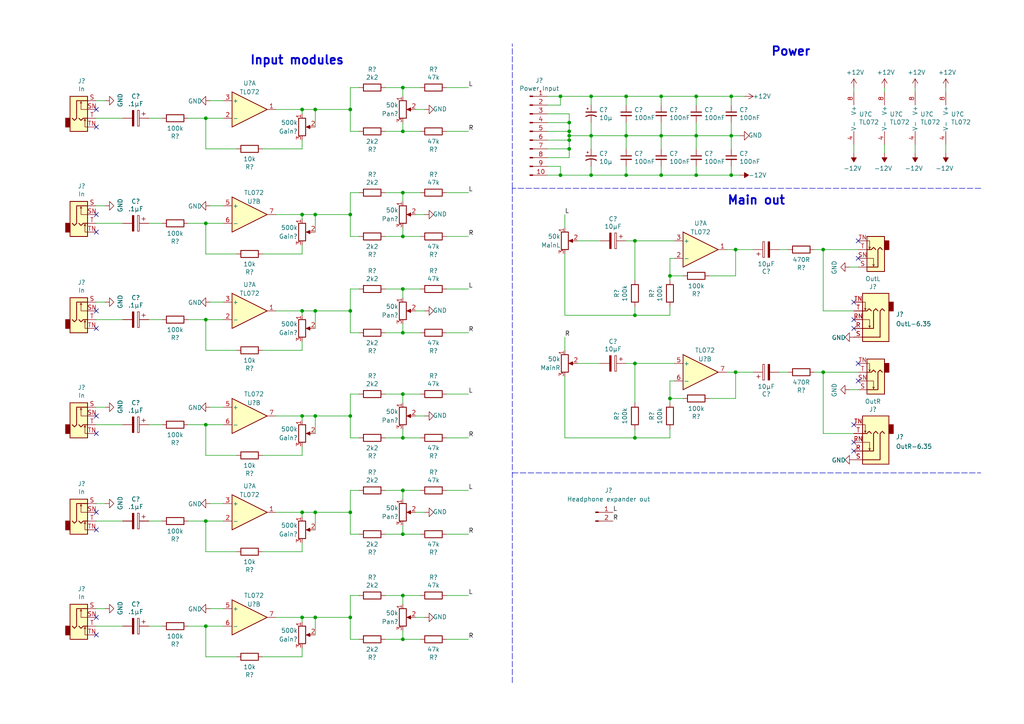
<source format=kicad_sch>
(kicad_sch (version 20211123) (generator eeschema)
  (paper "A4")
  (junction (at 116.84 68.58))
  (junction (at 91.44 120.65))
  (junction (at 213.36 107.95))
  (junction (at 194.31 115.57))
  (junction (at 116.84 55.88))
  (junction (at 181.61 39.37))
  (junction (at 116.84 83.82))
  (junction (at 181.61 50.8))
  (junction (at 165.1 35.56))
  (junction (at 162.56 50.8))
  (junction (at 212.09 50.8))
  (junction (at 213.36 72.39))
  (junction (at 116.84 96.52))
  (junction (at 238.76 72.39))
  (junction (at 59.69 92.71))
  (junction (at 87.63 62.23))
  (junction (at 87.63 179.07))
  (junction (at 165.1 40.64))
  (junction (at 59.69 34.29))
  (junction (at 87.63 90.17))
  (junction (at 165.1 43.18))
  (junction (at 59.69 64.77))
  (junction (at 171.45 27.94))
  (junction (at 181.61 27.94))
  (junction (at 171.45 50.8))
  (junction (at 116.84 127))
  (junction (at 116.84 172.72))
  (junction (at 116.84 154.94))
  (junction (at 191.77 50.8))
  (junction (at 212.09 27.94))
  (junction (at 201.93 50.8))
  (junction (at 184.15 127))
  (junction (at 101.6 179.07))
  (junction (at 116.84 114.3))
  (junction (at 91.44 148.59))
  (junction (at 101.6 31.75))
  (junction (at 191.77 27.94))
  (junction (at 87.63 148.59))
  (junction (at 191.77 39.37))
  (junction (at 59.69 123.19))
  (junction (at 171.45 39.37))
  (junction (at 162.56 27.94))
  (junction (at 101.6 148.59))
  (junction (at 116.84 38.1))
  (junction (at 91.44 31.75))
  (junction (at 165.1 38.1))
  (junction (at 116.84 185.42))
  (junction (at 59.69 151.13))
  (junction (at 212.09 39.37))
  (junction (at 87.63 120.65))
  (junction (at 184.15 69.85))
  (junction (at 184.15 91.44))
  (junction (at 91.44 62.23))
  (junction (at 101.6 90.17))
  (junction (at 101.6 62.23))
  (junction (at 201.93 39.37))
  (junction (at 59.69 181.61))
  (junction (at 116.84 142.24))
  (junction (at 101.6 120.65))
  (junction (at 201.93 27.94))
  (junction (at 184.15 105.41))
  (junction (at 87.63 31.75))
  (junction (at 194.31 80.01))
  (junction (at 238.76 107.95))
  (junction (at 91.44 179.07))
  (junction (at 116.84 25.4))
  (junction (at 91.44 90.17))
  (junction (at 165.1 39.37))
  (no_connect (at 27.94 125.73))
  (no_connect (at 248.92 69.85))
  (no_connect (at 248.92 74.93))
  (no_connect (at 27.94 31.75))
  (no_connect (at 247.65 123.19))
  (no_connect (at 27.94 62.23))
  (no_connect (at 27.94 36.83))
  (no_connect (at 27.94 153.67))
  (no_connect (at 27.94 95.25))
  (no_connect (at 27.94 184.15))
  (no_connect (at 27.94 179.07))
  (no_connect (at 27.94 67.31))
  (no_connect (at 248.92 105.41))
  (no_connect (at 247.65 87.63))
  (no_connect (at 27.94 148.59))
  (no_connect (at 27.94 120.65))
  (no_connect (at 27.94 90.17))
  (no_connect (at 247.65 95.25))
  (no_connect (at 247.65 130.81))
  (no_connect (at 247.65 128.27))
  (no_connect (at 247.65 92.71))
  (no_connect (at 248.92 110.49))
  (wire (pts (xy 101.6 83.82) (xy 104.14 83.82)))
  (wire (pts (xy 181.61 48.26) (xy 181.61 50.8)))
  (wire (pts (xy 116.84 25.4) (xy 116.84 27.94)))
  (wire (pts (xy 101.6 55.88) (xy 104.14 55.88)))
  (wire (pts (xy 171.45 39.37) (xy 181.61 39.37)))
  (wire (pts (xy 163.83 127) (xy 163.83 109.22)))
  (wire (pts (xy 163.83 97.79) (xy 163.83 101.6)))
  (wire (pts (xy 129.54 68.58) (xy 135.89 68.58)))
  (wire (pts (xy 111.76 185.42) (xy 116.84 185.42)))
  (wire (pts (xy 91.44 31.75) (xy 101.6 31.75)))
  (wire (pts (xy 184.15 91.44) (xy 163.83 91.44)))
  (wire (pts (xy 80.01 31.75) (xy 87.63 31.75)))
  (wire (pts (xy 201.93 27.94) (xy 191.77 27.94)))
  (wire (pts (xy 236.22 72.39) (xy 238.76 72.39)))
  (wire (pts (xy 191.77 39.37) (xy 201.93 39.37)))
  (wire (pts (xy 165.1 45.72) (xy 165.1 43.18)))
  (wire (pts (xy 87.63 90.17) (xy 91.44 90.17)))
  (wire (pts (xy 181.61 27.94) (xy 181.61 30.48)))
  (wire (pts (xy 116.84 68.58) (xy 121.92 68.58)))
  (wire (pts (xy 116.84 142.24) (xy 121.92 142.24)))
  (wire (pts (xy 116.84 83.82) (xy 121.92 83.82)))
  (wire (pts (xy 27.94 176.53) (xy 30.48 176.53)))
  (wire (pts (xy 91.44 95.25) (xy 91.44 90.17)))
  (wire (pts (xy 60.96 29.21) (xy 64.77 29.21)))
  (wire (pts (xy 87.63 148.59) (xy 91.44 148.59)))
  (wire (pts (xy 120.65 31.75) (xy 123.19 31.75)))
  (wire (pts (xy 213.36 80.01) (xy 205.74 80.01)))
  (wire (pts (xy 184.15 105.41) (xy 195.58 105.41)))
  (wire (pts (xy 116.84 127) (xy 121.92 127)))
  (wire (pts (xy 181.61 50.8) (xy 191.77 50.8)))
  (wire (pts (xy 87.63 31.75) (xy 87.63 33.02)))
  (wire (pts (xy 129.54 142.24) (xy 135.89 142.24)))
  (wire (pts (xy 59.69 73.66) (xy 59.69 64.77)))
  (wire (pts (xy 27.94 64.77) (xy 35.56 64.77)))
  (wire (pts (xy 87.63 179.07) (xy 87.63 180.34)))
  (wire (pts (xy 91.44 90.17) (xy 101.6 90.17)))
  (wire (pts (xy 64.77 151.13) (xy 59.69 151.13)))
  (wire (pts (xy 184.15 91.44) (xy 194.31 91.44)))
  (wire (pts (xy 87.63 62.23) (xy 91.44 62.23)))
  (wire (pts (xy 59.69 43.18) (xy 59.69 34.29)))
  (wire (pts (xy 191.77 50.8) (xy 201.93 50.8)))
  (polyline (pts (xy 284.48 54.61) (xy 148.59 54.61)))
  (wire (pts (xy 101.6 154.94) (xy 104.14 154.94)))
  (wire (pts (xy 184.15 124.46) (xy 184.15 127)))
  (wire (pts (xy 158.75 30.48) (xy 162.56 30.48)))
  (wire (pts (xy 27.94 146.05) (xy 30.48 146.05)))
  (wire (pts (xy 129.54 127) (xy 135.89 127)))
  (wire (pts (xy 212.09 27.94) (xy 215.9 27.94)))
  (wire (pts (xy 184.15 127) (xy 194.31 127)))
  (wire (pts (xy 116.84 83.82) (xy 116.84 86.36)))
  (wire (pts (xy 265.43 25.4) (xy 265.43 26.67)))
  (wire (pts (xy 162.56 30.48) (xy 162.56 27.94)))
  (wire (pts (xy 165.1 43.18) (xy 165.1 40.64)))
  (wire (pts (xy 116.84 182.88) (xy 116.84 185.42)))
  (wire (pts (xy 91.44 67.31) (xy 91.44 62.23)))
  (wire (pts (xy 111.76 96.52) (xy 116.84 96.52)))
  (wire (pts (xy 238.76 72.39) (xy 248.92 72.39)))
  (wire (pts (xy 158.75 40.64) (xy 165.1 40.64)))
  (polyline (pts (xy 148.59 54.61) (xy 148.59 198.12)))
  (wire (pts (xy 238.76 107.95) (xy 238.76 125.73)))
  (wire (pts (xy 116.84 55.88) (xy 116.84 58.42)))
  (wire (pts (xy 129.54 55.88) (xy 135.89 55.88)))
  (wire (pts (xy 111.76 142.24) (xy 116.84 142.24)))
  (wire (pts (xy 101.6 96.52) (xy 104.14 96.52)))
  (wire (pts (xy 226.06 72.39) (xy 228.6 72.39)))
  (wire (pts (xy 181.61 39.37) (xy 191.77 39.37)))
  (wire (pts (xy 213.36 107.95) (xy 218.44 107.95)))
  (wire (pts (xy 274.32 25.4) (xy 274.32 26.67)))
  (wire (pts (xy 171.45 50.8) (xy 181.61 50.8)))
  (wire (pts (xy 171.45 48.26) (xy 171.45 50.8)))
  (wire (pts (xy 120.65 90.17) (xy 123.19 90.17)))
  (wire (pts (xy 116.84 172.72) (xy 121.92 172.72)))
  (wire (pts (xy 111.76 154.94) (xy 116.84 154.94)))
  (wire (pts (xy 43.18 181.61) (xy 46.99 181.61)))
  (wire (pts (xy 265.43 41.91) (xy 265.43 44.45)))
  (wire (pts (xy 191.77 35.56) (xy 191.77 39.37)))
  (wire (pts (xy 184.15 88.9) (xy 184.15 91.44)))
  (wire (pts (xy 129.54 185.42) (xy 135.89 185.42)))
  (wire (pts (xy 27.94 34.29) (xy 35.56 34.29)))
  (wire (pts (xy 158.75 33.02) (xy 165.1 33.02)))
  (wire (pts (xy 116.84 93.98) (xy 116.84 96.52)))
  (wire (pts (xy 101.6 62.23) (xy 101.6 68.58)))
  (wire (pts (xy 64.77 123.19) (xy 59.69 123.19)))
  (wire (pts (xy 87.63 90.17) (xy 87.63 91.44)))
  (wire (pts (xy 101.6 179.07) (xy 101.6 172.72)))
  (wire (pts (xy 101.6 179.07) (xy 101.6 185.42)))
  (wire (pts (xy 210.82 107.95) (xy 213.36 107.95)))
  (wire (pts (xy 64.77 92.71) (xy 59.69 92.71)))
  (wire (pts (xy 171.45 30.48) (xy 171.45 27.94)))
  (wire (pts (xy 59.69 160.02) (xy 59.69 151.13)))
  (wire (pts (xy 91.44 153.67) (xy 91.44 148.59)))
  (wire (pts (xy 116.84 114.3) (xy 116.84 116.84)))
  (wire (pts (xy 171.45 39.37) (xy 171.45 43.18)))
  (wire (pts (xy 116.84 96.52) (xy 121.92 96.52)))
  (wire (pts (xy 60.96 146.05) (xy 64.77 146.05)))
  (wire (pts (xy 87.63 148.59) (xy 87.63 149.86)))
  (wire (pts (xy 87.63 101.6) (xy 76.2 101.6)))
  (wire (pts (xy 101.6 120.65) (xy 101.6 127)))
  (wire (pts (xy 59.69 92.71) (xy 54.61 92.71)))
  (wire (pts (xy 80.01 120.65) (xy 87.63 120.65)))
  (wire (pts (xy 184.15 105.41) (xy 184.15 116.84)))
  (wire (pts (xy 158.75 43.18) (xy 165.1 43.18)))
  (wire (pts (xy 165.1 39.37) (xy 171.45 39.37)))
  (wire (pts (xy 101.6 31.75) (xy 101.6 38.1)))
  (wire (pts (xy 167.64 69.85) (xy 173.99 69.85)))
  (wire (pts (xy 91.44 120.65) (xy 101.6 120.65)))
  (wire (pts (xy 101.6 120.65) (xy 101.6 114.3)))
  (wire (pts (xy 201.93 35.56) (xy 201.93 39.37)))
  (wire (pts (xy 87.63 73.66) (xy 76.2 73.66)))
  (wire (pts (xy 213.36 72.39) (xy 213.36 80.01)))
  (wire (pts (xy 162.56 27.94) (xy 171.45 27.94)))
  (wire (pts (xy 59.69 132.08) (xy 59.69 123.19)))
  (wire (pts (xy 158.75 27.94) (xy 162.56 27.94)))
  (wire (pts (xy 163.83 91.44) (xy 163.83 73.66)))
  (wire (pts (xy 91.44 62.23) (xy 101.6 62.23)))
  (wire (pts (xy 116.84 185.42) (xy 121.92 185.42)))
  (wire (pts (xy 111.76 38.1) (xy 116.84 38.1)))
  (wire (pts (xy 247.65 90.17) (xy 238.76 90.17)))
  (wire (pts (xy 87.63 129.54) (xy 87.63 132.08)))
  (wire (pts (xy 111.76 55.88) (xy 116.84 55.88)))
  (wire (pts (xy 163.83 62.23) (xy 163.83 66.04)))
  (wire (pts (xy 213.36 107.95) (xy 213.36 115.57)))
  (wire (pts (xy 184.15 69.85) (xy 195.58 69.85)))
  (wire (pts (xy 59.69 34.29) (xy 54.61 34.29)))
  (wire (pts (xy 247.65 125.73) (xy 238.76 125.73)))
  (wire (pts (xy 129.54 25.4) (xy 135.89 25.4)))
  (wire (pts (xy 116.84 114.3) (xy 121.92 114.3)))
  (wire (pts (xy 87.63 187.96) (xy 87.63 190.5)))
  (wire (pts (xy 59.69 181.61) (xy 54.61 181.61)))
  (wire (pts (xy 68.58 160.02) (xy 59.69 160.02)))
  (wire (pts (xy 129.54 38.1) (xy 135.89 38.1)))
  (wire (pts (xy 274.32 41.91) (xy 274.32 44.45)))
  (wire (pts (xy 27.94 123.19) (xy 35.56 123.19)))
  (wire (pts (xy 27.94 29.21) (xy 30.48 29.21)))
  (wire (pts (xy 60.96 176.53) (xy 64.77 176.53)))
  (wire (pts (xy 80.01 62.23) (xy 87.63 62.23)))
  (wire (pts (xy 116.84 172.72) (xy 116.84 175.26)))
  (wire (pts (xy 68.58 132.08) (xy 59.69 132.08)))
  (wire (pts (xy 101.6 185.42) (xy 104.14 185.42)))
  (wire (pts (xy 91.44 148.59) (xy 101.6 148.59)))
  (wire (pts (xy 198.12 80.01) (xy 194.31 80.01)))
  (wire (pts (xy 184.15 127) (xy 163.83 127)))
  (wire (pts (xy 184.15 69.85) (xy 184.15 81.28)))
  (wire (pts (xy 59.69 151.13) (xy 54.61 151.13)))
  (wire (pts (xy 165.1 38.1) (xy 158.75 38.1)))
  (wire (pts (xy 116.84 25.4) (xy 121.92 25.4)))
  (wire (pts (xy 59.69 190.5) (xy 59.69 181.61)))
  (wire (pts (xy 43.18 151.13) (xy 46.99 151.13)))
  (wire (pts (xy 91.44 125.73) (xy 91.44 120.65)))
  (polyline (pts (xy 148.59 137.16) (xy 284.48 137.16)))
  (wire (pts (xy 87.63 31.75) (xy 91.44 31.75)))
  (wire (pts (xy 165.1 39.37) (xy 165.1 38.1)))
  (wire (pts (xy 129.54 114.3) (xy 135.89 114.3)))
  (wire (pts (xy 201.93 27.94) (xy 201.93 30.48)))
  (wire (pts (xy 201.93 48.26) (xy 201.93 50.8)))
  (wire (pts (xy 116.84 35.56) (xy 116.84 38.1)))
  (wire (pts (xy 87.63 43.18) (xy 76.2 43.18)))
  (wire (pts (xy 201.93 27.94) (xy 212.09 27.94)))
  (wire (pts (xy 162.56 48.26) (xy 162.56 50.8)))
  (wire (pts (xy 213.36 72.39) (xy 218.44 72.39)))
  (wire (pts (xy 238.76 72.39) (xy 238.76 90.17)))
  (wire (pts (xy 129.54 154.94) (xy 135.89 154.94)))
  (wire (pts (xy 101.6 90.17) (xy 101.6 83.82)))
  (wire (pts (xy 87.63 62.23) (xy 87.63 63.5)))
  (wire (pts (xy 212.09 35.56) (xy 212.09 39.37)))
  (wire (pts (xy 68.58 43.18) (xy 59.69 43.18)))
  (wire (pts (xy 101.6 172.72) (xy 104.14 172.72)))
  (wire (pts (xy 158.75 48.26) (xy 162.56 48.26)))
  (wire (pts (xy 101.6 25.4) (xy 104.14 25.4)))
  (wire (pts (xy 116.84 66.04) (xy 116.84 68.58)))
  (wire (pts (xy 27.94 87.63) (xy 30.48 87.63)))
  (wire (pts (xy 171.45 27.94) (xy 181.61 27.94)))
  (wire (pts (xy 116.84 124.46) (xy 116.84 127)))
  (wire (pts (xy 213.36 115.57) (xy 205.74 115.57)))
  (wire (pts (xy 158.75 50.8) (xy 162.56 50.8)))
  (wire (pts (xy 198.12 115.57) (xy 194.31 115.57)))
  (wire (pts (xy 101.6 127) (xy 104.14 127)))
  (wire (pts (xy 87.63 120.65) (xy 87.63 121.92)))
  (wire (pts (xy 248.92 77.47) (xy 246.38 77.47)))
  (wire (pts (xy 210.82 72.39) (xy 213.36 72.39)))
  (wire (pts (xy 111.76 114.3) (xy 116.84 114.3)))
  (wire (pts (xy 43.18 123.19) (xy 46.99 123.19)))
  (wire (pts (xy 171.45 35.56) (xy 171.45 39.37)))
  (wire (pts (xy 116.84 142.24) (xy 116.84 144.78)))
  (wire (pts (xy 101.6 38.1) (xy 104.14 38.1)))
  (wire (pts (xy 80.01 90.17) (xy 87.63 90.17)))
  (wire (pts (xy 91.44 184.15) (xy 91.44 179.07)))
  (wire (pts (xy 27.94 181.61) (xy 35.56 181.61)))
  (wire (pts (xy 194.31 80.01) (xy 194.31 81.28)))
  (wire (pts (xy 27.94 151.13) (xy 35.56 151.13)))
  (wire (pts (xy 181.61 105.41) (xy 184.15 105.41)))
  (wire (pts (xy 181.61 27.94) (xy 191.77 27.94)))
  (wire (pts (xy 80.01 179.07) (xy 87.63 179.07)))
  (wire (pts (xy 212.09 27.94) (xy 212.09 30.48)))
  (wire (pts (xy 194.31 124.46) (xy 194.31 127)))
  (wire (pts (xy 101.6 142.24) (xy 104.14 142.24)))
  (wire (pts (xy 116.84 55.88) (xy 121.92 55.88)))
  (wire (pts (xy 60.96 87.63) (xy 64.77 87.63)))
  (wire (pts (xy 165.1 40.64) (xy 165.1 39.37)))
  (wire (pts (xy 116.84 152.4) (xy 116.84 154.94)))
  (wire (pts (xy 236.22 107.95) (xy 238.76 107.95)))
  (wire (pts (xy 226.06 107.95) (xy 228.6 107.95)))
  (wire (pts (xy 194.31 115.57) (xy 194.31 110.49)))
  (wire (pts (xy 101.6 148.59) (xy 101.6 142.24)))
  (wire (pts (xy 120.65 120.65) (xy 123.19 120.65)))
  (wire (pts (xy 181.61 39.37) (xy 181.61 43.18)))
  (wire (pts (xy 101.6 62.23) (xy 101.6 55.88)))
  (wire (pts (xy 120.65 148.59) (xy 123.19 148.59)))
  (wire (pts (xy 101.6 114.3) (xy 104.14 114.3)))
  (wire (pts (xy 212.09 39.37) (xy 214.63 39.37)))
  (wire (pts (xy 87.63 179.07) (xy 91.44 179.07)))
  (wire (pts (xy 101.6 68.58) (xy 104.14 68.58)))
  (wire (pts (xy 167.64 105.41) (xy 173.99 105.41)))
  (wire (pts (xy 111.76 83.82) (xy 116.84 83.82)))
  (wire (pts (xy 87.63 40.64) (xy 87.63 43.18)))
  (wire (pts (xy 194.31 74.93) (xy 195.58 74.93)))
  (wire (pts (xy 27.94 118.11) (xy 30.48 118.11)))
  (wire (pts (xy 158.75 45.72) (xy 165.1 45.72)))
  (wire (pts (xy 191.77 27.94) (xy 191.77 30.48)))
  (wire (pts (xy 87.63 99.06) (xy 87.63 101.6)))
  (wire (pts (xy 68.58 190.5) (xy 59.69 190.5)))
  (wire (pts (xy 256.54 25.4) (xy 256.54 26.67)))
  (wire (pts (xy 80.01 148.59) (xy 87.63 148.59)))
  (wire (pts (xy 129.54 96.52) (xy 135.89 96.52)))
  (wire (pts (xy 27.94 59.69) (xy 30.48 59.69)))
  (wire (pts (xy 247.65 25.4) (xy 247.65 26.67)))
  (wire (pts (xy 129.54 83.82) (xy 135.89 83.82)))
  (wire (pts (xy 158.75 35.56) (xy 165.1 35.56)))
  (wire (pts (xy 43.18 64.77) (xy 46.99 64.77)))
  (wire (pts (xy 248.92 113.03) (xy 246.38 113.03)))
  (wire (pts (xy 111.76 127) (xy 116.84 127)))
  (wire (pts (xy 87.63 71.12) (xy 87.63 73.66)))
  (wire (pts (xy 59.69 64.77) (xy 54.61 64.77)))
  (wire (pts (xy 120.65 62.23) (xy 123.19 62.23)))
  (wire (pts (xy 194.31 80.01) (xy 194.31 74.93)))
  (wire (pts (xy 191.77 39.37) (xy 191.77 43.18)))
  (wire (pts (xy 120.65 179.07) (xy 123.19 179.07)))
  (wire (pts (xy 194.31 110.49) (xy 195.58 110.49)))
  (wire (pts (xy 59.69 123.19) (xy 54.61 123.19)))
  (wire (pts (xy 129.54 172.72) (xy 135.89 172.72)))
  (wire (pts (xy 91.44 36.83) (xy 91.44 31.75)))
  (wire (pts (xy 111.76 25.4) (xy 116.84 25.4)))
  (wire (pts (xy 27.94 92.71) (xy 35.56 92.71)))
  (wire (pts (xy 116.84 154.94) (xy 121.92 154.94)))
  (wire (pts (xy 162.56 50.8) (xy 171.45 50.8)))
  (wire (pts (xy 212.09 50.8) (xy 214.63 50.8)))
  (wire (pts (xy 101.6 148.59) (xy 101.6 154.94)))
  (wire (pts (xy 247.65 41.91) (xy 247.65 44.45)))
  (wire (pts (xy 201.93 50.8) (xy 212.09 50.8)))
  (wire (pts (xy 165.1 33.02) (xy 165.1 35.56)))
  (wire (pts (xy 212.09 39.37) (xy 212.09 43.18)))
  (wire (pts (xy 111.76 68.58) (xy 116.84 68.58)))
  (wire (pts (xy 212.09 48.26) (xy 212.09 50.8)))
  (wire (pts (xy 60.96 59.69) (xy 64.77 59.69)))
  (wire (pts (xy 43.18 92.71) (xy 46.99 92.71)))
  (wire (pts (xy 59.69 101.6) (xy 59.69 92.71)))
  (wire (pts (xy 201.93 39.37) (xy 212.09 39.37)))
  (wire (pts (xy 68.58 101.6) (xy 59.69 101.6)))
  (wire (pts (xy 68.58 73.66) (xy 59.69 73.66)))
  (wire (pts (xy 64.77 64.77) (xy 59.69 64.77)))
  (wire (pts (xy 116.84 38.1) (xy 121.92 38.1)))
  (wire (pts (xy 256.54 41.91) (xy 256.54 44.45)))
  (wire (pts (xy 87.63 190.5) (xy 76.2 190.5)))
  (wire (pts (xy 101.6 31.75) (xy 101.6 25.4)))
  (wire (pts (xy 43.18 34.29) (xy 46.99 34.29)))
  (wire (pts (xy 111.76 172.72) (xy 116.84 172.72)))
  (wire (pts (xy 238.76 107.95) (xy 248.92 107.95)))
  (wire (pts (xy 87.63 120.65) (xy 91.44 120.65)))
  (wire (pts (xy 201.93 39.37) (xy 201.93 43.18)))
  (wire (pts (xy 64.77 181.61) (xy 59.69 181.61)))
  (wire (pts (xy 87.63 160.02) (xy 76.2 160.02)))
  (polyline (pts (xy 148.59 54.61) (xy 148.59 12.7)))
  (wire (pts (xy 181.61 69.85) (xy 184.15 69.85)))
  (wire (pts (xy 101.6 90.17) (xy 101.6 96.52)))
  (wire (pts (xy 87.63 157.48) (xy 87.63 160.02)))
  (wire (pts (xy 181.61 35.56) (xy 181.61 39.37)))
  (wire (pts (xy 194.31 115.57) (xy 194.31 116.84)))
  (wire (pts (xy 91.44 179.07) (xy 101.6 179.07)))
  (wire (pts (xy 194.31 88.9) (xy 194.31 91.44)))
  (wire (pts (xy 87.63 132.08) (xy 76.2 132.08)))
  (wire (pts (xy 191.77 48.26) (xy 191.77 50.8)))
  (wire (pts (xy 60.96 118.11) (xy 64.77 118.11)))
  (wire (pts (xy 165.1 35.56) (xy 165.1 38.1)))
  (wire (pts (xy 64.77 34.29) (xy 59.69 34.29)))
  (text "Input modules" (at 72.39 19.05 0) (effects (font (size 2.5 2.5) (thickness 0.5) bold) (justify left bottom)))
  (text "Power" (at 223.52 16.51 0) (effects (font (size 2.5 2.5) (thickness 0.5) bold) (justify left bottom)))
  (text "Main out" (at 210.82 59.69 0) (effects (font (size 2.5 2.5) (thickness 0.5) bold) (justify left bottom)))
  (label "R" (at 177.8 151.13 0))
  (label "R" (at 135.89 68.58 0))
  (label "L" (at 135.89 114.3 0))
  (label "R" (at 135.89 154.94 0))
  (label "L" (at 135.89 172.72 0))
  (label "R" (at 135.89 185.42 0))
  (label "L" (at 135.89 55.88 0))
  (label "L" (at 177.8 148.59 0))
  (label "L" (at 163.83 62.23 0))
  (label "R" (at 135.89 38.1 0))
  (label "R" (at 163.83 97.79 0))
  (label "R" (at 135.89 96.52 0))
  (label "L" (at 135.89 25.4 0))
  (label "L" (at 135.89 142.24 0))
  (label "L" (at 135.89 83.82 0))
  (label "R" (at 135.89 127 0))
  (symbol (lib_id "Device:R") (at 125.73 142.24 90) (unit 1)
    (property "Reference" "R?" (at 125.73 136.9822 90))
    (property "Value" "47k" (at 125.73 139.2936 90))
    (property "Footprint" "Resistor_THT:R_Axial_DIN0207_L6.3mm_D2.5mm_P10.16mm_Horizontal" (effects hide))
  )
  (symbol (lib_id "Device:CP") (at 222.25 107.95 90) (unit 1)
    (property "Reference" "C?" (at 222.25 114.3 90))
    (property "Value" "10µF" (at 222.25 112.1156 90))
    (property "Footprint" "Capacitor_THT:CP_Radial_D5.0mm_P2.00mm" (effects hide))
  )
  (symbol (lib_id "Amplifier_Operational:TL072") (at 72.39 148.59 0) (unit 1)
    (property "Reference" "U?" (at 72.39 140.97 0))
    (property "Value" "TL072" (at 72.39 143.51 0))
    (property "Footprint" "Package_DIP:DIP-8_W7.62mm_Socket" (effects hide))
    (property "Datasheet" "http://www.ti.com/lit/ds/symlink/tl071.pdf" (effects hide))
  )
  (symbol (lib_id "power:-12V") (at 274.32 44.45 180) (unit 1)
    (property "Reference" "#PWR?" (effects hide))
    (property "Value" "-12V" (at 273.939 48.8442 0))
  )
  (symbol (lib_id "Device:R_POT") (at 116.84 179.07 0) (unit 1)
    (property "Reference" "Pan?" (at 115.57 180.34 0) (effects (justify right)))
    (property "Value" "50k" (at 115.57 177.8 0) (effects (justify right)))
    (property "Footprint" "Synth:Pot-bourns-alpha" (effects hide))
  )
  (symbol (lib_id "Device:R") (at 125.73 55.88 90) (unit 1)
    (property "Reference" "R?" (at 125.73 50.6222 90))
    (property "Value" "47k" (at 125.73 52.9336 90))
    (property "Footprint" "Resistor_THT:R_Axial_DIN0207_L6.3mm_D2.5mm_P10.16mm_Horizontal" (effects hide))
  )
  (symbol (lib_id "Amplifier_Operational:TL072") (at 72.39 62.23 0) (unit 2)
    (property "Reference" "U?" (at 73.66 58.42 0))
    (property "Value" "TL072" (at 73.66 55.88 0))
    (property "Footprint" "Package_DIP:DIP-8_W7.62mm_Socket" (effects hide))
    (property "Datasheet" "http://www.ti.com/lit/ds/symlink/tl071.pdf" (effects hide))
  )
  (symbol (lib_id "power:+12V") (at 265.43 25.4 0) (unit 1)
    (property "Reference" "#PWR?" (effects hide))
    (property "Value" "+12V" (at 265.811 21.0058 0))
  )
  (symbol (lib_id "Device:R") (at 194.31 85.09 180) (unit 1)
    (property "Reference" "R?" (at 189.0522 85.09 90))
    (property "Value" "100k" (at 191.3636 85.09 90))
    (property "Footprint" "Resistor_THT:R_Axial_DIN0207_L6.3mm_D2.5mm_P10.16mm_Horizontal" (effects hide))
  )
  (symbol (lib_id "Device:R") (at 107.95 38.1 270) (unit 1)
    (property "Reference" "R?" (at 107.95 43.3578 90))
    (property "Value" "2k2" (at 107.95 41.0464 90))
    (property "Footprint" "Resistor_THT:R_Axial_DIN0207_L6.3mm_D2.5mm_P10.16mm_Horizontal" (effects hide))
  )
  (symbol (lib_id "power:-12V") (at 247.65 44.45 180) (unit 1)
    (property "Reference" "#PWR?" (effects hide))
    (property "Value" "-12V" (at 247.269 48.8442 0))
  )
  (symbol (lib_id "Amplifier_Operational:TL072") (at 250.19 34.29 0) (unit 3)
    (property "Reference" "U?" (at 249.1232 33.1216 0) (effects (justify left)))
    (property "Value" "TL072" (at 249.1232 35.433 0) (effects (justify left)))
    (property "Footprint" "Package_DIP:DIP-8_W7.62mm_Socket" (effects hide))
    (property "Datasheet" "http://www.ti.com/lit/ds/symlink/tl071.pdf" (effects hide))
  )
  (symbol (lib_id "Device:R") (at 194.31 120.65 180) (unit 1)
    (property "Reference" "R?" (at 189.0522 120.65 90))
    (property "Value" "100k" (at 191.3636 120.65 90))
    (property "Footprint" "Resistor_THT:R_Axial_DIN0207_L6.3mm_D2.5mm_P10.16mm_Horizontal" (effects hide))
  )
  (symbol (lib_id "power:GND") (at 60.96 176.53 270) (unit 1)
    (property "Reference" "#PWR?" (effects hide))
    (property "Value" "GND" (at 56.5658 176.657 90))
  )
  (symbol (lib_id "Connector:AudioJack2_Switch") (at 22.86 64.77 0) (unit 1)
    (property "Reference" "J?" (at 23.6728 53.975 0))
    (property "Value" "In" (at 23.6728 56.2864 0))
    (property "Footprint" "Synth:Thonkiconn" (effects hide))
  )
  (symbol (lib_id "power:GND") (at 60.96 59.69 270) (unit 1)
    (property "Reference" "#PWR?" (effects hide))
    (property "Value" "GND" (at 56.5658 59.817 90))
  )
  (symbol (lib_id "Device:R_POT") (at 163.83 105.41 0) (unit 1)
    (property "Reference" "MainR" (at 162.56 106.68 0) (effects (justify right)))
    (property "Value" "50k" (at 162.56 104.14 0) (effects (justify right)))
    (property "Footprint" "Synth:Pot-bourns-alpha" (effects hide))
  )
  (symbol (lib_id "Device:C_Small") (at 201.93 45.72 0) (unit 1)
    (property "Reference" "C?" (at 204.2668 44.5516 0) (effects (justify left)))
    (property "Value" "100nF" (at 204.2668 46.863 0) (effects (justify left)))
    (property "Footprint" "Capacitor_THT:C_Disc_D7.0mm_W2.5mm_P5.00mm" (effects hide))
  )
  (symbol (lib_id "power:GND") (at 60.96 118.11 270) (unit 1)
    (property "Reference" "#PWR?" (effects hide))
    (property "Value" "GND" (at 56.5658 118.237 90))
  )
  (symbol (lib_id "Device:R") (at 125.73 127 270) (unit 1)
    (property "Reference" "R?" (at 125.73 132.2578 90))
    (property "Value" "47k" (at 125.73 129.9464 90))
    (property "Footprint" "Resistor_THT:R_Axial_DIN0207_L6.3mm_D2.5mm_P10.16mm_Horizontal" (effects hide))
  )
  (symbol (lib_id "Device:R") (at 125.73 68.58 270) (unit 1)
    (property "Reference" "R?" (at 125.73 73.8378 90))
    (property "Value" "47k" (at 125.73 71.5264 90))
    (property "Footprint" "Resistor_THT:R_Axial_DIN0207_L6.3mm_D2.5mm_P10.16mm_Horizontal" (effects hide))
  )
  (symbol (lib_id "Device:R") (at 50.8 181.61 270) (unit 1)
    (property "Reference" "R?" (at 50.8 186.8678 90))
    (property "Value" "100k" (at 50.8 184.5564 90))
    (property "Footprint" "Resistor_THT:R_Axial_DIN0207_L6.3mm_D2.5mm_P10.16mm_Horizontal" (effects hide))
  )
  (symbol (lib_id "power:GND") (at 247.65 97.79 270) (unit 1)
    (property "Reference" "#PWR?" (effects hide))
    (property "Value" "GND" (at 243.2558 97.917 90))
  )
  (symbol (lib_id "power:-12V") (at 214.63 50.8 270) (unit 1)
    (property "Reference" "#PWR?" (effects hide))
    (property "Value" "-12V" (at 219.71 50.8 90))
  )
  (symbol (lib_id "Device:R_POT") (at 87.63 153.67 0) (unit 1)
    (property "Reference" "Gain?" (at 86.36 154.94 0) (effects (justify right)))
    (property "Value" "500k" (at 86.36 152.4 0) (effects (justify right)))
    (property "Footprint" "Synth:Pot-bourns-alpha" (effects hide))
  )
  (symbol (lib_id "Device:R") (at 125.73 114.3 90) (unit 1)
    (property "Reference" "R?" (at 125.73 109.0422 90))
    (property "Value" "47k" (at 125.73 111.3536 90))
    (property "Footprint" "Resistor_THT:R_Axial_DIN0207_L6.3mm_D2.5mm_P10.16mm_Horizontal" (effects hide))
  )
  (symbol (lib_id "Device:R") (at 107.95 172.72 90) (unit 1)
    (property "Reference" "R?" (at 107.95 167.4622 90))
    (property "Value" "2k2" (at 107.95 169.7736 90))
    (property "Footprint" "Resistor_THT:R_Axial_DIN0207_L6.3mm_D2.5mm_P10.16mm_Horizontal" (effects hide))
  )
  (symbol (lib_id "power:+12V") (at 247.65 25.4 0) (unit 1)
    (property "Reference" "#PWR?" (effects hide))
    (property "Value" "+12V" (at 248.031 21.0058 0))
  )
  (symbol (lib_id "power:GND") (at 123.19 120.65 90) (unit 1)
    (property "Reference" "#PWR?" (effects hide))
    (property "Value" "GND" (at 127.5842 120.523 90))
  )
  (symbol (lib_id "Connector:AudioJack2_Switch") (at 22.86 181.61 0) (unit 1)
    (property "Reference" "J?" (at 23.6728 170.815 0))
    (property "Value" "In" (at 23.6728 173.1264 0))
    (property "Footprint" "Synth:Thonkiconn" (effects hide))
  )
  (symbol (lib_id "Device:R") (at 72.39 43.18 270) (unit 1)
    (property "Reference" "R?" (at 72.39 48.4378 90))
    (property "Value" "10k" (at 72.39 46.1264 90))
    (property "Footprint" "Resistor_THT:R_Axial_DIN0207_L6.3mm_D2.5mm_P10.16mm_Horizontal" (effects hide))
  )
  (symbol (lib_id "Device:R") (at 107.95 25.4 90) (unit 1)
    (property "Reference" "R?" (at 107.95 20.1422 90))
    (property "Value" "2k2" (at 107.95 22.4536 90))
    (property "Footprint" "Resistor_THT:R_Axial_DIN0207_L6.3mm_D2.5mm_P10.16mm_Horizontal" (effects hide))
  )
  (symbol (lib_id "Device:R") (at 107.95 96.52 270) (unit 1)
    (property "Reference" "R?" (at 107.95 101.7778 90))
    (property "Value" "2k2" (at 107.95 99.4664 90))
    (property "Footprint" "Resistor_THT:R_Axial_DIN0207_L6.3mm_D2.5mm_P10.16mm_Horizontal" (effects hide))
  )
  (symbol (lib_id "Amplifier_Operational:TL072") (at 276.86 34.29 0) (unit 3)
    (property "Reference" "U?" (at 275.7932 33.1216 0) (effects (justify left)))
    (property "Value" "TL072" (at 275.7932 35.433 0) (effects (justify left)))
    (property "Footprint" "Package_DIP:DIP-8_W7.62mm_Socket" (effects hide))
    (property "Datasheet" "http://www.ti.com/lit/ds/symlink/tl071.pdf" (effects hide))
  )
  (symbol (lib_id "Device:C_Small") (at 212.09 45.72 0) (unit 1)
    (property "Reference" "C?" (at 214.4268 44.5516 0) (effects (justify left)))
    (property "Value" "100nF" (at 214.4268 46.863 0) (effects (justify left)))
    (property "Footprint" "Capacitor_THT:C_Disc_D7.0mm_W2.5mm_P5.00mm" (effects hide))
  )
  (symbol (lib_id "power:GND") (at 60.96 87.63 270) (unit 1)
    (property "Reference" "#PWR?" (effects hide))
    (property "Value" "GND" (at 56.5658 87.757 90))
  )
  (symbol (lib_id "Amplifier_Operational:TL072") (at 72.39 90.17 0) (unit 1)
    (property "Reference" "U?" (at 72.39 82.55 0))
    (property "Value" "TL072" (at 72.39 85.09 0))
    (property "Footprint" "Package_DIP:DIP-8_W7.62mm_Socket" (effects hide))
    (property "Datasheet" "http://www.ti.com/lit/ds/symlink/tl071.pdf" (effects hide))
  )
  (symbol (lib_id "Device:C_Small") (at 181.61 33.02 0) (unit 1)
    (property "Reference" "C?" (at 183.9468 31.8516 0) (effects (justify left)))
    (property "Value" "100nF" (at 183.9468 34.163 0) (effects (justify left)))
    (property "Footprint" "Capacitor_THT:C_Disc_D7.0mm_W2.5mm_P5.00mm" (effects hide))
  )
  (symbol (lib_id "Device:R") (at 107.95 114.3 90) (unit 1)
    (property "Reference" "R?" (at 107.95 109.0422 90))
    (property "Value" "2k2" (at 107.95 111.3536 90))
    (property "Footprint" "Resistor_THT:R_Axial_DIN0207_L6.3mm_D2.5mm_P10.16mm_Horizontal" (effects hide))
  )
  (symbol (lib_id "Device:CP") (at 39.37 34.29 270) (unit 1)
    (property "Reference" "C?" (at 39.37 27.94 90))
    (property "Value" ".1µF" (at 39.37 30.1244 90))
    (property "Footprint" "Capacitor_THT:CP_Radial_D5.0mm_P2.00mm" (effects hide))
  )
  (symbol (lib_id "Connector:AudioJack3_SwitchTR") (at 252.73 95.25 180) (unit 1)
    (property "Reference" "J?" (at 259.842 91.1665 0) (effects (justify right)))
    (property "Value" "OutL-6.35" (at 259.842 93.9416 0) (effects (justify right)))
  )
  (symbol (lib_id "Device:R") (at 72.39 160.02 270) (unit 1)
    (property "Reference" "R?" (at 72.39 165.2778 90))
    (property "Value" "10k" (at 72.39 162.9664 90))
    (property "Footprint" "Resistor_THT:R_Axial_DIN0207_L6.3mm_D2.5mm_P10.16mm_Horizontal" (effects hide))
  )
  (symbol (lib_id "Device:R") (at 107.95 83.82 90) (unit 1)
    (property "Reference" "R?" (at 107.95 78.5622 90))
    (property "Value" "2k2" (at 107.95 80.8736 90))
    (property "Footprint" "Resistor_THT:R_Axial_DIN0207_L6.3mm_D2.5mm_P10.16mm_Horizontal" (effects hide))
  )
  (symbol (lib_id "Device:CP1_Small") (at 171.45 33.02 0) (unit 1)
    (property "Reference" "C?" (at 173.7614 31.8516 0) (effects (justify left)))
    (property "Value" "10µ" (at 173.7614 34.163 0) (effects (justify left)))
    (property "Footprint" "Capacitor_THT:CP_Radial_D5.0mm_P2.00mm" (effects hide))
  )
  (symbol (lib_id "Device:CP1_Small") (at 171.45 45.72 0) (unit 1)
    (property "Reference" "C?" (at 173.7614 44.5516 0) (effects (justify left)))
    (property "Value" "10µ" (at 173.7614 46.863 0) (effects (justify left)))
    (property "Footprint" "Capacitor_THT:CP_Radial_D5.0mm_P2.00mm" (effects hide))
  )
  (symbol (lib_id "power:GND") (at 123.19 179.07 90) (unit 1)
    (property "Reference" "#PWR?" (effects hide))
    (property "Value" "GND" (at 127.5842 178.943 90))
  )
  (symbol (lib_id "Device:R_POT") (at 116.84 90.17 0) (unit 1)
    (property "Reference" "Pan?" (at 115.57 91.44 0) (effects (justify right)))
    (property "Value" "50k" (at 115.57 88.9 0) (effects (justify right)))
    (property "Footprint" "Synth:Pot-bourns-alpha" (effects hide))
  )
  (symbol (lib_id "Device:R") (at 50.8 34.29 270) (unit 1)
    (property "Reference" "R?" (at 50.8 39.5478 90))
    (property "Value" "100k" (at 50.8 37.2364 90))
    (property "Footprint" "Resistor_THT:R_Axial_DIN0207_L6.3mm_D2.5mm_P10.16mm_Horizontal" (effects hide))
  )
  (symbol (lib_id "Device:R") (at 50.8 151.13 270) (unit 1)
    (property "Reference" "R?" (at 50.8 156.3878 90))
    (property "Value" "100k" (at 50.8 154.0764 90))
    (property "Footprint" "Resistor_THT:R_Axial_DIN0207_L6.3mm_D2.5mm_P10.16mm_Horizontal" (effects hide))
  )
  (symbol (lib_id "Device:R") (at 184.15 85.09 180) (unit 1)
    (property "Reference" "R?" (at 178.8922 85.09 90))
    (property "Value" "100k" (at 181.2036 85.09 90))
    (property "Footprint" "Resistor_THT:R_Axial_DIN0207_L6.3mm_D2.5mm_P10.16mm_Horizontal" (effects hide))
  )
  (symbol (lib_id "Device:C_Small") (at 191.77 33.02 0) (unit 1)
    (property "Reference" "C?" (at 194.1068 31.8516 0) (effects (justify left)))
    (property "Value" "100nF" (at 194.1068 34.163 0) (effects (justify left)))
    (property "Footprint" "Capacitor_THT:C_Disc_D7.0mm_W2.5mm_P5.00mm" (effects hide))
  )
  (symbol (lib_id "Device:R_POT") (at 163.83 69.85 0) (unit 1)
    (property "Reference" "MainL" (at 162.56 71.12 0) (effects (justify right)))
    (property "Value" "50k" (at 162.56 68.58 0) (effects (justify right)))
    (property "Footprint" "Synth:Pot-bourns-alpha" (effects hide))
  )
  (symbol (lib_id "Device:R") (at 50.8 92.71 270) (unit 1)
    (property "Reference" "R?" (at 50.8 97.9678 90))
    (property "Value" "100k" (at 50.8 95.6564 90))
    (property "Footprint" "Resistor_THT:R_Axial_DIN0207_L6.3mm_D2.5mm_P10.16mm_Horizontal" (effects hide))
  )
  (symbol (lib_id "Device:R") (at 125.73 154.94 270) (unit 1)
    (property "Reference" "R?" (at 125.73 160.1978 90))
    (property "Value" "47k" (at 125.73 157.8864 90))
    (property "Footprint" "Resistor_THT:R_Axial_DIN0207_L6.3mm_D2.5mm_P10.16mm_Horizontal" (effects hide))
  )
  (symbol (lib_id "power:GND") (at 246.38 113.03 270) (unit 1)
    (property "Reference" "#PWR?" (effects hide))
    (property "Value" "GND" (at 241.9858 113.157 0))
  )
  (symbol (lib_id "power:GND") (at 123.19 31.75 90) (unit 1)
    (property "Reference" "#PWR?" (effects hide))
    (property "Value" "GND" (at 127.5842 31.623 90))
  )
  (symbol (lib_id "Device:R") (at 125.73 38.1 270) (unit 1)
    (property "Reference" "R?" (at 125.73 43.3578 90))
    (property "Value" "47k" (at 125.73 41.0464 90))
    (property "Footprint" "Resistor_THT:R_Axial_DIN0207_L6.3mm_D2.5mm_P10.16mm_Horizontal" (effects hide))
  )
  (symbol (lib_id "power:+12V") (at 274.32 25.4 0) (unit 1)
    (property "Reference" "#PWR?" (effects hide))
    (property "Value" "+12V" (at 274.701 21.0058 0))
  )
  (symbol (lib_id "power:GND") (at 30.48 176.53 90) (unit 1)
    (property "Reference" "#PWR?" (effects hide))
    (property "Value" "GND" (at 34.8742 176.403 0))
  )
  (symbol (lib_id "power:+12V") (at 256.54 25.4 0) (unit 1)
    (property "Reference" "#PWR?" (effects hide))
    (property "Value" "+12V" (at 256.921 21.0058 0))
  )
  (symbol (lib_id "Device:R") (at 72.39 73.66 270) (unit 1)
    (property "Reference" "R?" (at 72.39 78.9178 90))
    (property "Value" "10k" (at 72.39 76.6064 90))
    (property "Footprint" "Resistor_THT:R_Axial_DIN0207_L6.3mm_D2.5mm_P10.16mm_Horizontal" (effects hide))
  )
  (symbol (lib_id "Device:R") (at 125.73 185.42 270) (unit 1)
    (property "Reference" "R?" (at 125.73 190.6778 90))
    (property "Value" "47k" (at 125.73 188.3664 90))
    (property "Footprint" "Resistor_THT:R_Axial_DIN0207_L6.3mm_D2.5mm_P10.16mm_Horizontal" (effects hide))
  )
  (symbol (lib_id "Device:R_POT") (at 87.63 67.31 0) (unit 1)
    (property "Reference" "Gain?" (at 86.36 68.58 0) (effects (justify right)))
    (property "Value" "500k" (at 86.36 66.04 0) (effects (justify right)))
    (property "Footprint" "Synth:Pot-bourns-alpha" (effects hide))
  )
  (symbol (lib_id "Device:CP") (at 222.25 72.39 90) (unit 1)
    (property "Reference" "C?" (at 222.25 78.74 90))
    (property "Value" "10µF" (at 222.25 76.5556 90))
    (property "Footprint" "Capacitor_THT:CP_Radial_D5.0mm_P2.00mm" (effects hide))
  )
  (symbol (lib_id "Amplifier_Operational:TL072") (at 72.39 31.75 0) (unit 1)
    (property "Reference" "U?" (at 72.39 24.13 0))
    (property "Value" "TL072" (at 72.39 26.67 0))
    (property "Footprint" "Package_DIP:DIP-8_W7.62mm_Socket" (effects hide))
    (property "Datasheet" "http://www.ti.com/lit/ds/symlink/tl071.pdf" (effects hide))
  )
  (symbol (lib_id "Device:R") (at 201.93 115.57 270) (unit 1)
    (property "Reference" "R?" (at 201.93 120.8278 90))
    (property "Value" "100k" (at 201.93 118.5164 90))
    (property "Footprint" "Resistor_THT:R_Axial_DIN0207_L6.3mm_D2.5mm_P10.16mm_Horizontal" (effects hide))
  )
  (symbol (lib_id "Device:R") (at 232.41 72.39 270) (unit 1)
    (property "Reference" "R?" (at 232.41 77.6478 90))
    (property "Value" "470R" (at 232.41 75.3364 90))
    (property "Footprint" "Resistor_THT:R_Axial_DIN0207_L6.3mm_D2.5mm_P10.16mm_Horizontal" (effects hide))
  )
  (symbol (lib_id "Device:R") (at 107.95 68.58 270) (unit 1)
    (property "Reference" "R?" (at 107.95 73.8378 90))
    (property "Value" "2k2" (at 107.95 71.5264 90))
    (property "Footprint" "Resistor_THT:R_Axial_DIN0207_L6.3mm_D2.5mm_P10.16mm_Horizontal" (effects hide))
  )
  (symbol (lib_id "Device:R") (at 107.95 142.24 90) (unit 1)
    (property "Reference" "R?" (at 107.95 136.9822 90))
    (property "Value" "2k2" (at 107.95 139.2936 90))
    (property "Footprint" "Resistor_THT:R_Axial_DIN0207_L6.3mm_D2.5mm_P10.16mm_Horizontal" (effects hide))
  )
  (symbol (lib_id "Device:R_POT") (at 87.63 95.25 0) (unit 1)
    (property "Reference" "Gain?" (at 86.36 96.52 0) (effects (justify right)))
    (property "Value" "500k" (at 86.36 93.98 0) (effects (justify right)))
    (property "Footprint" "Synth:Pot-bourns-alpha" (effects hide))
  )
  (symbol (lib_id "Amplifier_Operational:TL072") (at 72.39 120.65 0) (unit 2)
    (property "Reference" "U?" (at 73.66 116.84 0))
    (property "Value" "TL072" (at 73.66 114.3 0))
    (property "Footprint" "Package_DIP:DIP-8_W7.62mm_Socket" (effects hide))
    (property "Datasheet" "http://www.ti.com/lit/ds/symlink/tl071.pdf" (effects hide))
  )
  (symbol (lib_id "Device:CP") (at 177.8 69.85 270) (unit 1)
    (property "Reference" "C?" (at 177.8 63.5 90))
    (property "Value" "10µF" (at 177.8 65.6844 90))
    (property "Footprint" "Capacitor_THT:CP_Radial_D5.0mm_P2.00mm" (effects hide))
  )
  (symbol (lib_id "Device:R") (at 107.95 127 270) (unit 1)
    (property "Reference" "R?" (at 107.95 132.2578 90))
    (property "Value" "2k2" (at 107.95 129.9464 90))
    (property "Footprint" "Resistor_THT:R_Axial_DIN0207_L6.3mm_D2.5mm_P10.16mm_Horizontal" (effects hide))
  )
  (symbol (lib_id "Device:CP") (at 39.37 92.71 270) (unit 1)
    (property "Reference" "C?" (at 39.37 86.36 90))
    (property "Value" ".1µF" (at 39.37 88.5444 90))
    (property "Footprint" "Capacitor_THT:CP_Radial_D5.0mm_P2.00mm" (effects hide))
  )
  (symbol (lib_id "power:GND") (at 123.19 62.23 90) (unit 1)
    (property "Reference" "#PWR?" (effects hide))
    (property "Value" "GND" (at 127.5842 62.103 90))
  )
  (symbol (lib_id "Device:R_POT") (at 116.84 120.65 0) (unit 1)
    (property "Reference" "Pan?" (at 115.57 121.92 0) (effects (justify right)))
    (property "Value" "50k" (at 115.57 119.38 0) (effects (justify right)))
    (property "Footprint" "Synth:Pot-bourns-alpha" (effects hide))
  )
  (symbol (lib_id "Device:CP") (at 39.37 123.19 270) (unit 1)
    (property "Reference" "C?" (at 39.37 116.84 90))
    (property "Value" ".1µF" (at 39.37 119.0244 90))
    (property "Footprint" "Capacitor_THT:CP_Radial_D5.0mm_P2.00mm" (effects hide))
  )
  (symbol (lib_id "power:GND") (at 30.48 59.69 90) (unit 1)
    (property "Reference" "#PWR?" (effects hide))
    (property "Value" "GND" (at 34.8742 59.563 0))
  )
  (symbol (lib_id "power:GND") (at 247.65 133.35 270) (unit 1)
    (property "Reference" "#PWR?" (effects hide))
    (property "Value" "GND" (at 243.2558 133.477 90))
  )
  (symbol (lib_id "Connector:AudioJack2_Switch") (at 22.86 34.29 0) (unit 1)
    (property "Reference" "J?" (at 23.6728 23.495 0))
    (property "Value" "In" (at 23.6728 25.8064 0))
    (property "Footprint" "Synth:Thonkiconn" (effects hide))
  )
  (symbol (lib_id "Amplifier_Operational:TL072") (at 203.2 72.39 0) (unit 1)
    (property "Reference" "U?" (at 203.2 64.77 0))
    (property "Value" "TL072" (at 203.2 67.31 0))
    (property "Footprint" "Package_DIP:DIP-8_W7.62mm_Socket" (effects hide))
    (property "Datasheet" "http://www.ti.com/lit/ds/symlink/tl071.pdf" (effects hide))
  )
  (symbol (lib_id "Device:R") (at 125.73 83.82 90) (unit 1)
    (property "Reference" "R?" (at 125.73 78.5622 90))
    (property "Value" "47k" (at 125.73 80.8736 90))
    (property "Footprint" "Resistor_THT:R_Axial_DIN0207_L6.3mm_D2.5mm_P10.16mm_Horizontal" (effects hide))
  )
  (symbol (lib_id "Device:R_POT") (at 116.84 148.59 0) (unit 1)
    (property "Reference" "Pan?" (at 115.57 149.86 0) (effects (justify right)))
    (property "Value" "50k" (at 115.57 147.32 0) (effects (justify right)))
    (property "Footprint" "Synth:Pot-bourns-alpha" (effects hide))
  )
  (symbol (lib_id "power:-12V") (at 256.54 44.45 180) (unit 1)
    (property "Reference" "#PWR?" (effects hide))
    (property "Value" "-12V" (at 256.159 48.8442 0))
  )
  (symbol (lib_id "Device:R") (at 125.73 172.72 90) (unit 1)
    (property "Reference" "R?" (at 125.73 167.4622 90))
    (property "Value" "47k" (at 125.73 169.7736 90))
    (property "Footprint" "Resistor_THT:R_Axial_DIN0207_L6.3mm_D2.5mm_P10.16mm_Horizontal" (effects hide))
  )
  (symbol (lib_id "power:GND") (at 123.19 90.17 90) (unit 1)
    (property "Reference" "#PWR?" (effects hide))
    (property "Value" "GND" (at 127.5842 90.043 90))
  )
  (symbol (lib_id "power:GND") (at 30.48 29.21 90) (unit 1)
    (property "Reference" "#PWR?" (effects hide))
    (property "Value" "GND" (at 34.8742 29.083 0))
  )
  (symbol (lib_id "Device:R") (at 72.39 132.08 270) (unit 1)
    (property "Reference" "R?" (at 72.39 137.3378 90))
    (property "Value" "10k" (at 72.39 135.0264 90))
    (property "Footprint" "Resistor_THT:R_Axial_DIN0207_L6.3mm_D2.5mm_P10.16mm_Horizontal" (effects hide))
  )
  (symbol (lib_id "power:GND") (at 123.19 148.59 90) (unit 1)
    (property "Reference" "#PWR?" (effects hide))
    (property "Value" "GND" (at 127.5842 148.463 90))
  )
  (symbol (lib_id "Amplifier_Operational:TL072") (at 267.97 34.29 0) (unit 3)
    (property "Reference" "U?" (at 266.9032 33.1216 0) (effects (justify left)))
    (property "Value" "TL072" (at 266.9032 35.433 0) (effects (justify left)))
    (property "Footprint" "Package_DIP:DIP-8_W7.62mm_Socket" (effects hide))
    (property "Datasheet" "http://www.ti.com/lit/ds/symlink/tl071.pdf" (effects hide))
  )
  (symbol (lib_id "Device:R") (at 107.95 55.88 90) (unit 1)
    (property "Reference" "R?" (at 107.95 50.6222 90))
    (property "Value" "2k2" (at 107.95 52.9336 90))
    (property "Footprint" "Resistor_THT:R_Axial_DIN0207_L6.3mm_D2.5mm_P10.16mm_Horizontal" (effects hide))
  )
  (symbol (lib_id "Device:R") (at 125.73 25.4 90) (unit 1)
    (property "Reference" "R?" (at 125.73 20.1422 90))
    (property "Value" "47k" (at 125.73 22.4536 90))
    (property "Footprint" "Resistor_THT:R_Axial_DIN0207_L6.3mm_D2.5mm_P10.16mm_Horizontal" (effects hide))
  )
  (symbol (lib_id "Amplifier_Operational:TL072") (at 72.39 179.07 0) (unit 2)
    (property "Reference" "U?" (at 73.66 175.26 0))
    (property "Value" "TL072" (at 73.66 172.72 0))
    (property "Footprint" "Package_DIP:DIP-8_W7.62mm_Socket" (effects hide))
    (property "Datasheet" "http://www.ti.com/lit/ds/symlink/tl071.pdf" (effects hide))
  )
  (symbol (lib_id "Amplifier_Operational:TL072") (at 203.2 107.95 0) (unit 2)
    (property "Reference" "U?" (at 204.47 104.14 0))
    (property "Value" "TL072" (at 204.47 101.6 0))
    (property "Footprint" "Package_DIP:DIP-8_W7.62mm_Socket" (effects hide))
    (property "Datasheet" "http://www.ti.com/lit/ds/symlink/tl071.pdf" (effects hide))
  )
  (symbol (lib_id "Device:R") (at 50.8 123.19 270) (unit 1)
    (property "Reference" "R?" (at 50.8 128.4478 90))
    (property "Value" "100k" (at 50.8 126.1364 90))
    (property "Footprint" "Resistor_THT:R_Axial_DIN0207_L6.3mm_D2.5mm_P10.16mm_Horizontal" (effects hide))
  )
  (symbol (lib_id "Device:CP") (at 39.37 64.77 270) (unit 1)
    (property "Reference" "C?" (at 39.37 58.42 90))
    (property "Value" ".1µF" (at 39.37 60.6044 90))
    (property "Footprint" "Capacitor_THT:CP_Radial_D5.0mm_P2.00mm" (effects hide))
  )
  (symbol (lib_id "Connector:Conn_01x10_Male") (at 153.67 38.1 0) (unit 1)
    (property "Reference" "J?" (at 156.4132 23.3426 0))
    (property "Value" "Power Input" (at 156.4132 25.654 0))
    (property "Footprint" "Connector_PinHeader_2.54mm:PinHeader_2x05_P2.54mm_Vertical" (effects hide))
  )
  (symbol (lib_id "power:-12V") (at 265.43 44.45 180) (unit 1)
    (property "Reference" "#PWR?" (effects hide))
    (property "Value" "-12V" (at 265.049 48.8442 0))
  )
  (symbol (lib_id "power:+12V") (at 215.9 27.94 270) (unit 1)
    (property "Reference" "#PWR?" (effects hide))
    (property "Value" "+12V" (at 220.98 27.94 90))
  )
  (symbol (lib_id "Device:R") (at 72.39 190.5 270) (unit 1)
    (property "Reference" "R?" (at 72.39 195.7578 90))
    (property "Value" "10k" (at 72.39 193.4464 90))
    (property "Footprint" "Resistor_THT:R_Axial_DIN0207_L6.3mm_D2.5mm_P10.16mm_Horizontal" (effects hide))
  )
  (symbol (lib_id "Device:R_POT") (at 116.84 31.75 0) (unit 1)
    (property "Reference" "Pan?" (at 115.57 33.02 0) (effects (justify right)))
    (property "Value" "50k" (at 115.57 30.48 0) (effects (justify right)))
    (property "Footprint" "Synth:Pot-bourns-alpha" (effects hide))
  )
  (symbol (lib_id "Amplifier_Operational:TL072") (at 259.08 34.29 0) (unit 3)
    (property "Reference" "U?" (at 258.0132 33.1216 0) (effects (justify left)))
    (property "Value" "TL072" (at 258.0132 35.433 0) (effects (justify left)))
    (property "Footprint" "Package_DIP:DIP-8_W7.62mm_Socket" (effects hide))
    (property "Datasheet" "http://www.ti.com/lit/ds/symlink/tl071.pdf" (effects hide))
  )
  (symbol (lib_id "power:GND") (at 30.48 146.05 90) (unit 1)
    (property "Reference" "#PWR?" (effects hide))
    (property "Value" "GND" (at 34.8742 145.923 0))
  )
  (symbol (lib_id "Connector:AudioJack2_Switch") (at 22.86 151.13 0) (unit 1)
    (property "Reference" "J?" (at 23.6728 140.335 0))
    (property "Value" "In" (at 23.6728 142.6464 0))
    (property "Footprint" "Synth:Thonkiconn" (effects hide))
  )
  (symbol (lib_id "Device:C_Small") (at 212.09 33.02 0) (unit 1)
    (property "Reference" "C?" (at 214.4268 31.8516 0) (effects (justify left)))
    (property "Value" "100nF" (at 214.4268 34.163 0) (effects (justify left)))
    (property "Footprint" "Capacitor_THT:C_Disc_D7.0mm_W2.5mm_P5.00mm" (effects hide))
  )
  (symbol (lib_id "Device:R") (at 232.41 107.95 270) (unit 1)
    (property "Reference" "R?" (at 232.41 113.2078 90))
    (property "Value" "470R" (at 232.41 110.8964 90))
    (property "Footprint" "Resistor_THT:R_Axial_DIN0207_L6.3mm_D2.5mm_P10.16mm_Horizontal" (effects hide))
  )
  (symbol (lib_id "Connector:Conn_01x02_Male") (at 172.72 148.59 0) (unit 1)
    (property "Reference" "J?" (at 176.53 142.24 0))
    (property "Value" "Headphone expander out" (at 176.53 144.78 0))
  )
  (symbol (lib_id "Device:CP") (at 39.37 151.13 270) (unit 1)
    (property "Reference" "C?" (at 39.37 144.78 90))
    (property "Value" ".1µF" (at 39.37 146.9644 90))
    (property "Footprint" "Capacitor_THT:CP_Radial_D5.0mm_P2.00mm" (effects hide))
  )
  (symbol (lib_id "Device:R_POT") (at 87.63 184.15 0) (unit 1)
    (property "Reference" "Gain?" (at 86.36 185.42 0) (effects (justify right)))
    (property "Value" "500k" (at 86.36 182.88 0) (effects (justify right)))
    (property "Footprint" "Synth:Pot-bourns-alpha" (effects hide))
  )
  (symbol (lib_id "Device:R_POT") (at 87.63 125.73 0) (unit 1)
    (property "Reference" "Gain?" (at 86.36 127 0) (effects (justify right)))
    (property "Value" "500k" (at 86.36 124.46 0) (effects (justify right)))
    (property "Footprint" "Synth:Pot-bourns-alpha" (effects hide))
  )
  (symbol (lib_id "Connector:AudioJack2_Switch") (at 254 107.95 180) (unit 1)
    (property "Reference" "J?" (at 253.1872 118.745 0))
    (property "Value" "OutR" (at 253.1872 116.4336 0))
    (property "Footprint" "Synth:Thonkiconn" (effects hide))
  )
  (symbol (lib_id "Device:R") (at 125.73 96.52 270) (unit 1)
    (property "Reference" "R?" (at 125.73 101.7778 90))
    (property "Value" "47k" (at 125.73 99.4664 90))
    (property "Footprint" "Resistor_THT:R_Axial_DIN0207_L6.3mm_D2.5mm_P10.16mm_Horizontal" (effects hide))
  )
  (symbol (lib_id "Device:CP") (at 39.37 181.61 270) (unit 1)
    (property "Reference" "C?" (at 39.37 175.26 90))
    (property "Value" ".1µF" (at 39.37 177.4444 90))
    (property "Footprint" "Capacitor_THT:CP_Radial_D5.0mm_P2.00mm" (effects hide))
  )
  (symbol (lib_id "power:GND") (at 60.96 29.21 270) (unit 1)
    (property "Reference" "#PWR?" (effects hide))
    (property "Value" "GND" (at 56.5658 29.337 90))
  )
  (symbol (lib_id "Device:R") (at 107.95 154.94 270) (unit 1)
    (property "Reference" "R?" (at 107.95 160.1978 90))
    (property "Value" "2k2" (at 107.95 157.8864 90))
    (property "Footprint" "Resistor_THT:R_Axial_DIN0207_L6.3mm_D2.5mm_P10.16mm_Horizontal" (effects hide))
  )
  (symbol (lib_id "Connector:AudioJack2_Switch") (at 22.86 92.71 0) (unit 1)
    (property "Reference" "J?" (at 23.6728 81.915 0))
    (property "Value" "In" (at 23.6728 84.2264 0))
    (property "Footprint" "Synth:Thonkiconn" (effects hide))
  )
  (symbol (lib_id "power:GND") (at 30.48 118.11 90) (unit 1)
    (property "Reference" "#PWR?" (effects hide))
    (property "Value" "GND" (at 34.8742 117.983 0))
  )
  (symbol (lib_id "Device:R") (at 72.39 101.6 270) (unit 1)
    (property "Reference" "R?" (at 72.39 106.8578 90))
    (property "Value" "10k" (at 72.39 104.5464 90))
    (property "Footprint" "Resistor_THT:R_Axial_DIN0207_L6.3mm_D2.5mm_P10.16mm_Horizontal" (effects hide))
  )
  (symbol (lib_id "Device:CP") (at 177.8 105.41 270) (unit 1)
    (property "Reference" "C?" (at 177.8 99.06 90))
    (property "Value" "10µF" (at 177.8 101.2444 90))
    (property "Footprint" "Capacitor_THT:CP_Radial_D5.0mm_P2.00mm" (effects hide))
  )
  (symbol (lib_id "Connector:AudioJack2_Switch") (at 22.86 123.19 0) (unit 1)
    (property "Reference" "J?" (at 23.6728 112.395 0))
    (property "Value" "In" (at 23.6728 114.7064 0))
    (property "Footprint" "Synth:Thonkiconn" (effects hide))
  )
  (symbol (lib_id "Connector:AudioJack2_Switch") (at 254 72.39 180) (unit 1)
    (property "Reference" "J?" (at 253.1872 83.185 0))
    (property "Value" "OutL" (at 253.1872 80.8736 0))
    (property "Footprint" "Synth:Thonkiconn" (effects hide))
  )
  (symbol (lib_id "power:GND") (at 246.38 77.47 270) (unit 1)
    (property "Reference" "#PWR?" (effects hide))
    (property "Value" "GND" (at 241.9858 77.597 0))
  )
  (symbol (lib_id "Device:C_Small") (at 191.77 45.72 0) (unit 1)
    (property "Reference" "C?" (at 194.1068 44.5516 0) (effects (justify left)))
    (property "Value" "100nF" (at 194.1068 46.863 0) (effects (justify left)))
    (property "Footprint" "Capacitor_THT:C_Disc_D7.0mm_W2.5mm_P5.00mm" (effects hide))
  )
  (symbol (lib_id "Device:C_Small") (at 181.61 45.72 0) (unit 1)
    (property "Reference" "C?" (at 183.9468 44.5516 0) (effects (justify left)))
    (property "Value" "100nF" (at 183.9468 46.863 0) (effects (justify left)))
    (property "Footprint" "Capacitor_THT:C_Disc_D7.0mm_W2.5mm_P5.00mm" (effects hide))
  )
  (symbol (lib_id "power:GND") (at 214.63 39.37 90) (unit 1)
    (property "Reference" "#PWR?" (effects hide))
    (property "Value" "GND" (at 219.0242 39.243 90))
  )
  (symbol (lib_id "Device:R") (at 107.95 185.42 270) (unit 1)
    (property "Reference" "R?" (at 107.95 190.6778 90))
    (property "Value" "2k2" (at 107.95 188.3664 90))
    (property "Footprint" "Resistor_THT:R_Axial_DIN0207_L6.3mm_D2.5mm_P10.16mm_Horizontal" (effects hide))
  )
  (symbol (lib_id "Device:R") (at 201.93 80.01 270) (unit 1)
    (property "Reference" "R?" (at 201.93 85.2678 90))
    (property "Value" "100k" (at 201.93 82.9564 90))
    (property "Footprint" "Resistor_THT:R_Axial_DIN0207_L6.3mm_D2.5mm_P10.16mm_Horizontal" (effects hide))
  )
  (symbol (lib_id "Device:R_POT") (at 87.63 36.83 0) (unit 1)
    (property "Reference" "Gain?" (at 86.36 38.1 0) (effects (justify right)))
    (property "Value" "500k" (at 86.36 35.56 0) (effects (justify right)))
    (property "Footprint" "Synth:Pot-bourns-alpha" (effects hide))
  )
  (symbol (lib_id "Device:R") (at 184.15 120.65 180) (unit 1)
    (property "Reference" "R?" (at 178.8922 120.65 90))
    (property "Value" "100k" (at 181.2036 120.65 90))
    (property "Footprint" "Resistor_THT:R_Axial_DIN0207_L6.3mm_D2.5mm_P10.16mm_Horizontal" (effects hide))
  )
  (symbol (lib_id "Device:C_Small") (at 201.93 33.02 0) (unit 1)
    (property "Reference" "C?" (at 204.2668 31.8516 0) (effects (justify left)))
    (property "Value" "100nF" (at 204.2668 34.163 0) (effects (justify left)))
    (property "Footprint" "Capacitor_THT:C_Disc_D7.0mm_W2.5mm_P5.00mm" (effects hide))
  )
  (symbol (lib_id "Connector:AudioJack3_SwitchTR") (at 252.73 130.81 180) (unit 1)
    (property "Reference" "J?" (at 259.842 126.7265 0) (effects (justify right)))
    (property "Value" "OutR-6.35" (at 259.842 129.5016 0) (effects (justify right)))
  )
  (symbol (lib_id "Device:R") (at 50.8 64.77 270) (unit 1)
    (property "Reference" "R?" (at 50.8 70.0278 90))
    (property "Value" "100k" (at 50.8 67.7164 90))
    (property "Footprint" "Resistor_THT:R_Axial_DIN0207_L6.3mm_D2.5mm_P10.16mm_Horizontal" (effects hide))
  )
  (symbol (lib_id "Device:R_POT") (at 116.84 62.23 0) (unit 1)
    (property "Reference" "Pan?" (at 115.57 63.5 0) (effects (justify right)))
    (property "Value" "50k" (at 115.57 60.96 0) (effects (justify right)))
    (property "Footprint" "Synth:Pot-bourns-alpha" (effects hide))
  )
  (symbol (lib_id "power:GND") (at 30.48 87.63 90) (unit 1)
    (property "Reference" "#PWR?" (effects hide))
    (property "Value" "GND" (at 34.8742 87.503 0))
  )
  (symbol (lib_id "power:GND") (at 60.96 146.05 270) (unit 1)
    (property "Reference" "#PWR?" (effects hide))
    (property "Value" "GND" (at 56.5658 146.177 90))
  )
)
</source>
